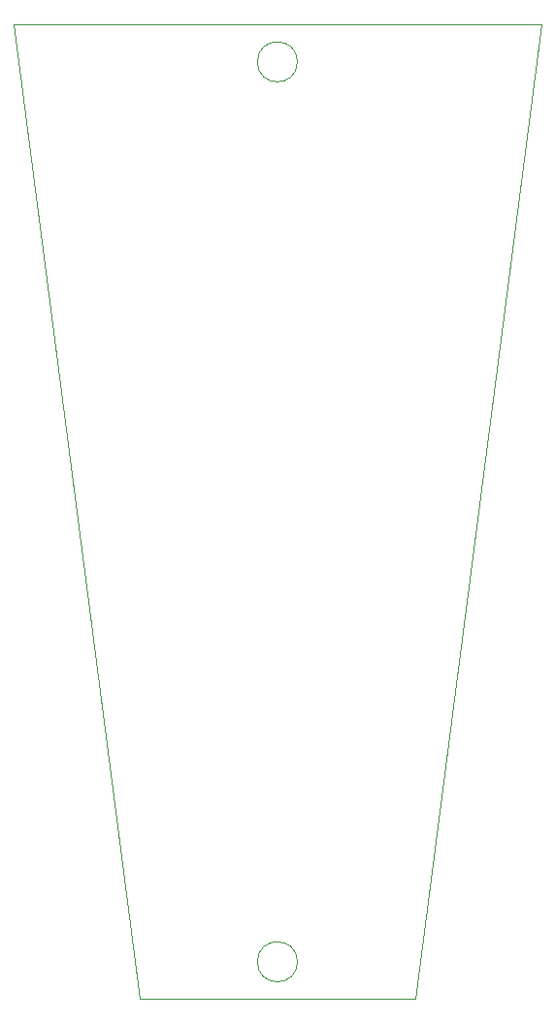
<source format=gm1>
G04 #@! TF.GenerationSoftware,KiCad,Pcbnew,6.0.11-2627ca5db0~126~ubuntu22.04.1*
G04 #@! TF.CreationDate,2023-11-05T13:12:04+01:00*
G04 #@! TF.ProjectId,CC_LED_Driver,43435f4c-4544-45f4-9472-697665722e6b,rev?*
G04 #@! TF.SameCoordinates,Original*
G04 #@! TF.FileFunction,Profile,NP*
%FSLAX46Y46*%
G04 Gerber Fmt 4.6, Leading zero omitted, Abs format (unit mm)*
G04 Created by KiCad (PCBNEW 6.0.11-2627ca5db0~126~ubuntu22.04.1) date 2023-11-05 13:12:04*
%MOMM*%
%LPD*%
G01*
G04 APERTURE LIST*
G04 #@! TA.AperFunction,Profile*
%ADD10C,0.100000*%
G04 #@! TD*
G04 APERTURE END LIST*
D10*
X113500000Y-146000000D02*
X102500000Y-61000000D01*
X127250000Y-64250000D02*
G75*
G03*
X127250000Y-64250000I-1750000J0D01*
G01*
X148500000Y-61000000D02*
X102500000Y-61000000D01*
X137500000Y-146000000D02*
X148500000Y-61000000D01*
X127250000Y-142750000D02*
G75*
G03*
X127250000Y-142750000I-1750000J0D01*
G01*
X113500000Y-146000000D02*
X137500000Y-146000000D01*
M02*

</source>
